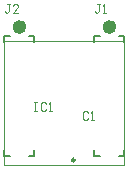
<source format=gto>
%FSLAX44Y44*%
%MOMM*%
G71*
G01*
G75*
G04 Layer_Color=65535*
%ADD10R,1.2000X0.8000*%
G04:AMPARAMS|DCode=11|XSize=0.6mm|YSize=0.5mm|CornerRadius=0.05mm|HoleSize=0mm|Usage=FLASHONLY|Rotation=180.000|XOffset=0mm|YOffset=0mm|HoleType=Round|Shape=RoundedRectangle|*
%AMROUNDEDRECTD11*
21,1,0.6000,0.4000,0,0,180.0*
21,1,0.5000,0.5000,0,0,180.0*
1,1,0.1000,-0.2500,0.2000*
1,1,0.1000,0.2500,0.2000*
1,1,0.1000,0.2500,-0.2000*
1,1,0.1000,-0.2500,-0.2000*
%
%ADD11ROUNDEDRECTD11*%
%ADD12C,0.1000*%
%ADD13C,0.0800*%
%ADD14C,0.5000*%
%ADD15C,0.2000*%
%ADD16C,0.3000*%
%ADD17C,0.0750*%
%ADD18R,1.5000X1.5000*%
%ADD19C,1.5000*%
%ADD20C,0.3500*%
%ADD21C,0.4500*%
%ADD22C,0.2000*%
%ADD23C,0.0500*%
%ADD24C,0.6000*%
%ADD25C,0.2500*%
D12*
X17414Y153932D02*
X15081D01*
X16247D01*
Y148101D01*
X15081Y146934D01*
X13915D01*
X12748Y148101D01*
X24411Y146934D02*
X19746D01*
X24411Y151600D01*
Y152766D01*
X23245Y153932D01*
X20912D01*
X19746Y152766D01*
X93614Y153932D02*
X91281D01*
X92447D01*
Y148101D01*
X91281Y146934D01*
X90115D01*
X88948Y148101D01*
X95946Y146934D02*
X98279D01*
X97112D01*
Y153932D01*
X95946Y152766D01*
X83454Y62088D02*
X82287Y63254D01*
X79955D01*
X78788Y62088D01*
Y57423D01*
X79955Y56256D01*
X82287D01*
X83454Y57423D01*
X85786Y56256D02*
X88119D01*
X86952D01*
Y63254D01*
X85786Y62088D01*
X37640Y70874D02*
X39973D01*
X38807D01*
Y63876D01*
X37640D01*
X39973D01*
X48137Y69708D02*
X46971Y70874D01*
X44638D01*
X43472Y69708D01*
Y65043D01*
X44638Y63876D01*
X46971D01*
X48137Y65043D01*
X50469Y63876D02*
X52802D01*
X51636D01*
Y70874D01*
X50469Y69708D01*
X12000Y17660D02*
Y122950D01*
X114000Y17660D02*
Y122950D01*
X12000Y17660D02*
X114000D01*
X12000Y122950D02*
X114000D01*
D15*
X114300Y122000D02*
Y127000D01*
X109300D02*
X114300D01*
X88900D02*
X93900D01*
X88900Y122000D02*
Y127000D01*
Y25400D02*
Y30400D01*
Y25400D02*
X93900D01*
X109300D02*
X114300D01*
Y30400D01*
X38100Y122000D02*
Y127000D01*
X33100D02*
X38100D01*
X12700D02*
X17700D01*
X12700Y122000D02*
Y127000D01*
Y25400D02*
Y30400D01*
Y25400D02*
X17700D01*
X33100D02*
X38100D01*
Y30400D01*
D24*
X104600Y134800D02*
G03*
X104600Y134800I-3000J0D01*
G01*
X28400D02*
G03*
X28400Y134800I-3000J0D01*
G01*
D25*
X72370Y22140D02*
G03*
X72370Y22140I-1250J0D01*
G01*
M02*

</source>
